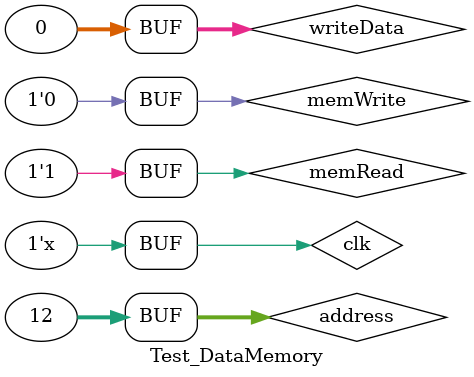
<source format=v>
`timescale 1ns / 1ps


module Test_DataMemory;

	// Inputs
	reg clk;
	reg [31:0] address;
	reg [31:0] writeData;
	reg memWrite;
	reg memRead;

	// Outputs
	wire [31:0] readData;

	// Instantiate the Unit Under Test (UUT)
	DataMemory uut (
		.clk(clk), 
		.address(address), 
		.writeData(writeData), 
		.memWrite(memWrite), 
		.memRead(memRead), 
		.readData(readData)
	);
	always #50 clk = ~clk;
	
	initial begin
	clk = 0;

		address = 32'b0000_0000_0000_0000_0000_0000_0001_0001;          //17
		writeData = 0;
		memWrite =  0;
		memRead =   1;

		#100;
		address   = 32'b0000_0000_0000_0000_0000_0000_0000_1010; 	 //10
		writeData = 32'b0000_0000_0000_0000_0000_0000_0000_0111; 	//7
		memWrite  = 1;
		memRead   = 1;
		
		#100;
		
		address   = 32'b0000_0000_0000_0000_0000_0000_0000_1100; 	//12
		writeData = 32'b0000_0000_0000_0000_0000_0000_0001_0111;   //23
		memWrite  = 0;
		memRead   = 1;
		
		#100;
				
		address   = 32'b0000_0000_0000_0000_0000_0000_0000_1111; 	 //15
		writeData = 32'b0000_0000_0000_0000_0000_0000_0000_1010; 	//10
		memWrite  = 1;
		memRead   = 0;
		
		#100;
				
		address   = 32'b0000_0000_0000_0000_0000_0000_0000_1100;    //12
		writeData = 32'b0000_0000_0000_0000_0000_0000_0000_0000;
		memWrite  = 0;
		memRead   = 1;
        
	end
      
endmodule


</source>
